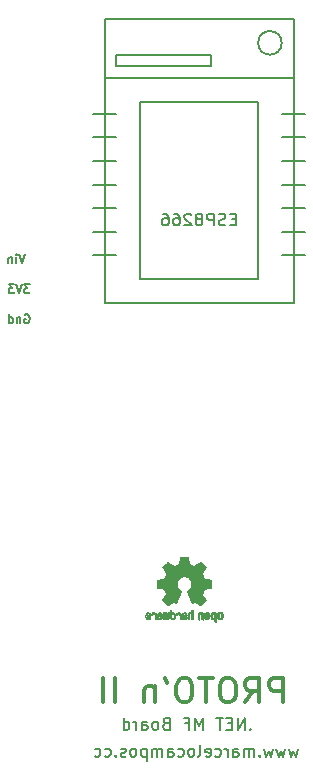
<source format=gbr>
G04 #@! TF.GenerationSoftware,KiCad,Pcbnew,(5.1.5)-3*
G04 #@! TF.CreationDate,2019-12-31T15:46:21-03:00*
G04 #@! TF.ProjectId,BoardNetMF1,426f6172-644e-4657-944d-46312e6b6963,rev?*
G04 #@! TF.SameCoordinates,Original*
G04 #@! TF.FileFunction,Legend,Bot*
G04 #@! TF.FilePolarity,Positive*
%FSLAX46Y46*%
G04 Gerber Fmt 4.6, Leading zero omitted, Abs format (unit mm)*
G04 Created by KiCad (PCBNEW (5.1.5)-3) date 2019-12-31 15:46:21*
%MOMM*%
%LPD*%
G04 APERTURE LIST*
%ADD10C,0.150000*%
%ADD11C,0.203200*%
%ADD12C,0.304800*%
%ADD13C,0.010000*%
G04 APERTURE END LIST*
D10*
X147049047Y-130341714D02*
X146858571Y-131008380D01*
X146668095Y-130532190D01*
X146477619Y-131008380D01*
X146287142Y-130341714D01*
X146001428Y-130341714D02*
X145810952Y-131008380D01*
X145620476Y-130532190D01*
X145430000Y-131008380D01*
X145239523Y-130341714D01*
X144953809Y-130341714D02*
X144763333Y-131008380D01*
X144572857Y-130532190D01*
X144382380Y-131008380D01*
X144191904Y-130341714D01*
X143810952Y-130913142D02*
X143763333Y-130960761D01*
X143810952Y-131008380D01*
X143858571Y-130960761D01*
X143810952Y-130913142D01*
X143810952Y-131008380D01*
X143334761Y-131008380D02*
X143334761Y-130341714D01*
X143334761Y-130436952D02*
X143287142Y-130389333D01*
X143191904Y-130341714D01*
X143049047Y-130341714D01*
X142953809Y-130389333D01*
X142906190Y-130484571D01*
X142906190Y-131008380D01*
X142906190Y-130484571D02*
X142858571Y-130389333D01*
X142763333Y-130341714D01*
X142620476Y-130341714D01*
X142525238Y-130389333D01*
X142477619Y-130484571D01*
X142477619Y-131008380D01*
X141572857Y-131008380D02*
X141572857Y-130484571D01*
X141620476Y-130389333D01*
X141715714Y-130341714D01*
X141906190Y-130341714D01*
X142001428Y-130389333D01*
X141572857Y-130960761D02*
X141668095Y-131008380D01*
X141906190Y-131008380D01*
X142001428Y-130960761D01*
X142049047Y-130865523D01*
X142049047Y-130770285D01*
X142001428Y-130675047D01*
X141906190Y-130627428D01*
X141668095Y-130627428D01*
X141572857Y-130579809D01*
X141096666Y-131008380D02*
X141096666Y-130341714D01*
X141096666Y-130532190D02*
X141049047Y-130436952D01*
X141001428Y-130389333D01*
X140906190Y-130341714D01*
X140810952Y-130341714D01*
X140049047Y-130960761D02*
X140144285Y-131008380D01*
X140334761Y-131008380D01*
X140430000Y-130960761D01*
X140477619Y-130913142D01*
X140525238Y-130817904D01*
X140525238Y-130532190D01*
X140477619Y-130436952D01*
X140430000Y-130389333D01*
X140334761Y-130341714D01*
X140144285Y-130341714D01*
X140049047Y-130389333D01*
X139239523Y-130960761D02*
X139334761Y-131008380D01*
X139525238Y-131008380D01*
X139620476Y-130960761D01*
X139668095Y-130865523D01*
X139668095Y-130484571D01*
X139620476Y-130389333D01*
X139525238Y-130341714D01*
X139334761Y-130341714D01*
X139239523Y-130389333D01*
X139191904Y-130484571D01*
X139191904Y-130579809D01*
X139668095Y-130675047D01*
X138620476Y-131008380D02*
X138715714Y-130960761D01*
X138763333Y-130865523D01*
X138763333Y-130008380D01*
X138096666Y-131008380D02*
X138191904Y-130960761D01*
X138239523Y-130913142D01*
X138287142Y-130817904D01*
X138287142Y-130532190D01*
X138239523Y-130436952D01*
X138191904Y-130389333D01*
X138096666Y-130341714D01*
X137953809Y-130341714D01*
X137858571Y-130389333D01*
X137810952Y-130436952D01*
X137763333Y-130532190D01*
X137763333Y-130817904D01*
X137810952Y-130913142D01*
X137858571Y-130960761D01*
X137953809Y-131008380D01*
X138096666Y-131008380D01*
X136906190Y-130960761D02*
X137001428Y-131008380D01*
X137191904Y-131008380D01*
X137287142Y-130960761D01*
X137334761Y-130913142D01*
X137382380Y-130817904D01*
X137382380Y-130532190D01*
X137334761Y-130436952D01*
X137287142Y-130389333D01*
X137191904Y-130341714D01*
X137001428Y-130341714D01*
X136906190Y-130389333D01*
X136049047Y-131008380D02*
X136049047Y-130484571D01*
X136096666Y-130389333D01*
X136191904Y-130341714D01*
X136382380Y-130341714D01*
X136477619Y-130389333D01*
X136049047Y-130960761D02*
X136144285Y-131008380D01*
X136382380Y-131008380D01*
X136477619Y-130960761D01*
X136525238Y-130865523D01*
X136525238Y-130770285D01*
X136477619Y-130675047D01*
X136382380Y-130627428D01*
X136144285Y-130627428D01*
X136049047Y-130579809D01*
X135572857Y-131008380D02*
X135572857Y-130341714D01*
X135572857Y-130436952D02*
X135525238Y-130389333D01*
X135430000Y-130341714D01*
X135287142Y-130341714D01*
X135191904Y-130389333D01*
X135144285Y-130484571D01*
X135144285Y-131008380D01*
X135144285Y-130484571D02*
X135096666Y-130389333D01*
X135001428Y-130341714D01*
X134858571Y-130341714D01*
X134763333Y-130389333D01*
X134715714Y-130484571D01*
X134715714Y-131008380D01*
X134239523Y-130341714D02*
X134239523Y-131341714D01*
X134239523Y-130389333D02*
X134144285Y-130341714D01*
X133953809Y-130341714D01*
X133858571Y-130389333D01*
X133810952Y-130436952D01*
X133763333Y-130532190D01*
X133763333Y-130817904D01*
X133810952Y-130913142D01*
X133858571Y-130960761D01*
X133953809Y-131008380D01*
X134144285Y-131008380D01*
X134239523Y-130960761D01*
X133191904Y-131008380D02*
X133287142Y-130960761D01*
X133334761Y-130913142D01*
X133382380Y-130817904D01*
X133382380Y-130532190D01*
X133334761Y-130436952D01*
X133287142Y-130389333D01*
X133191904Y-130341714D01*
X133049047Y-130341714D01*
X132953809Y-130389333D01*
X132906190Y-130436952D01*
X132858571Y-130532190D01*
X132858571Y-130817904D01*
X132906190Y-130913142D01*
X132953809Y-130960761D01*
X133049047Y-131008380D01*
X133191904Y-131008380D01*
X132477619Y-130960761D02*
X132382380Y-131008380D01*
X132191904Y-131008380D01*
X132096666Y-130960761D01*
X132049047Y-130865523D01*
X132049047Y-130817904D01*
X132096666Y-130722666D01*
X132191904Y-130675047D01*
X132334761Y-130675047D01*
X132430000Y-130627428D01*
X132477619Y-130532190D01*
X132477619Y-130484571D01*
X132430000Y-130389333D01*
X132334761Y-130341714D01*
X132191904Y-130341714D01*
X132096666Y-130389333D01*
X131620476Y-130913142D02*
X131572857Y-130960761D01*
X131620476Y-131008380D01*
X131668095Y-130960761D01*
X131620476Y-130913142D01*
X131620476Y-131008380D01*
X130715714Y-130960761D02*
X130810952Y-131008380D01*
X131001428Y-131008380D01*
X131096666Y-130960761D01*
X131144285Y-130913142D01*
X131191904Y-130817904D01*
X131191904Y-130532190D01*
X131144285Y-130436952D01*
X131096666Y-130389333D01*
X131001428Y-130341714D01*
X130810952Y-130341714D01*
X130715714Y-130389333D01*
X129858571Y-130960761D02*
X129953809Y-131008380D01*
X130144285Y-131008380D01*
X130239523Y-130960761D01*
X130287142Y-130913142D01*
X130334761Y-130817904D01*
X130334761Y-130532190D01*
X130287142Y-130436952D01*
X130239523Y-130389333D01*
X130144285Y-130341714D01*
X129953809Y-130341714D01*
X129858571Y-130389333D01*
D11*
X143038285Y-128632857D02*
X142989904Y-128681238D01*
X143038285Y-128729619D01*
X143086666Y-128681238D01*
X143038285Y-128632857D01*
X143038285Y-128729619D01*
X142554476Y-128729619D02*
X142554476Y-127713619D01*
X141973904Y-128729619D01*
X141973904Y-127713619D01*
X141490095Y-128197428D02*
X141151428Y-128197428D01*
X141006285Y-128729619D02*
X141490095Y-128729619D01*
X141490095Y-127713619D01*
X141006285Y-127713619D01*
X140716000Y-127713619D02*
X140135428Y-127713619D01*
X140425714Y-128729619D02*
X140425714Y-127713619D01*
X139022666Y-128729619D02*
X139022666Y-127713619D01*
X138684000Y-128439333D01*
X138345333Y-127713619D01*
X138345333Y-128729619D01*
X137522857Y-128197428D02*
X137861523Y-128197428D01*
X137861523Y-128729619D02*
X137861523Y-127713619D01*
X137377714Y-127713619D01*
X135877904Y-128197428D02*
X135732761Y-128245809D01*
X135684380Y-128294190D01*
X135636000Y-128390952D01*
X135636000Y-128536095D01*
X135684380Y-128632857D01*
X135732761Y-128681238D01*
X135829523Y-128729619D01*
X136216571Y-128729619D01*
X136216571Y-127713619D01*
X135877904Y-127713619D01*
X135781142Y-127762000D01*
X135732761Y-127810380D01*
X135684380Y-127907142D01*
X135684380Y-128003904D01*
X135732761Y-128100666D01*
X135781142Y-128149047D01*
X135877904Y-128197428D01*
X136216571Y-128197428D01*
X135055428Y-128729619D02*
X135152190Y-128681238D01*
X135200571Y-128632857D01*
X135248952Y-128536095D01*
X135248952Y-128245809D01*
X135200571Y-128149047D01*
X135152190Y-128100666D01*
X135055428Y-128052285D01*
X134910285Y-128052285D01*
X134813523Y-128100666D01*
X134765142Y-128149047D01*
X134716761Y-128245809D01*
X134716761Y-128536095D01*
X134765142Y-128632857D01*
X134813523Y-128681238D01*
X134910285Y-128729619D01*
X135055428Y-128729619D01*
X133845904Y-128729619D02*
X133845904Y-128197428D01*
X133894285Y-128100666D01*
X133991047Y-128052285D01*
X134184571Y-128052285D01*
X134281333Y-128100666D01*
X133845904Y-128681238D02*
X133942666Y-128729619D01*
X134184571Y-128729619D01*
X134281333Y-128681238D01*
X134329714Y-128584476D01*
X134329714Y-128487714D01*
X134281333Y-128390952D01*
X134184571Y-128342571D01*
X133942666Y-128342571D01*
X133845904Y-128294190D01*
X133362095Y-128729619D02*
X133362095Y-128052285D01*
X133362095Y-128245809D02*
X133313714Y-128149047D01*
X133265333Y-128100666D01*
X133168571Y-128052285D01*
X133071809Y-128052285D01*
X132297714Y-128729619D02*
X132297714Y-127713619D01*
X132297714Y-128681238D02*
X132394476Y-128729619D01*
X132588000Y-128729619D01*
X132684761Y-128681238D01*
X132733142Y-128632857D01*
X132781523Y-128536095D01*
X132781523Y-128245809D01*
X132733142Y-128149047D01*
X132684761Y-128100666D01*
X132588000Y-128052285D01*
X132394476Y-128052285D01*
X132297714Y-128100666D01*
D12*
X145771809Y-126395238D02*
X145771809Y-124363238D01*
X144997714Y-124363238D01*
X144804190Y-124460000D01*
X144707428Y-124556761D01*
X144610666Y-124750285D01*
X144610666Y-125040571D01*
X144707428Y-125234095D01*
X144804190Y-125330857D01*
X144997714Y-125427619D01*
X145771809Y-125427619D01*
X142578666Y-126395238D02*
X143256000Y-125427619D01*
X143739809Y-126395238D02*
X143739809Y-124363238D01*
X142965714Y-124363238D01*
X142772190Y-124460000D01*
X142675428Y-124556761D01*
X142578666Y-124750285D01*
X142578666Y-125040571D01*
X142675428Y-125234095D01*
X142772190Y-125330857D01*
X142965714Y-125427619D01*
X143739809Y-125427619D01*
X141320761Y-124363238D02*
X140933714Y-124363238D01*
X140740190Y-124460000D01*
X140546666Y-124653523D01*
X140449904Y-125040571D01*
X140449904Y-125717904D01*
X140546666Y-126104952D01*
X140740190Y-126298476D01*
X140933714Y-126395238D01*
X141320761Y-126395238D01*
X141514285Y-126298476D01*
X141707809Y-126104952D01*
X141804571Y-125717904D01*
X141804571Y-125040571D01*
X141707809Y-124653523D01*
X141514285Y-124460000D01*
X141320761Y-124363238D01*
X139869333Y-124363238D02*
X138708190Y-124363238D01*
X139288761Y-126395238D02*
X139288761Y-124363238D01*
X137643809Y-124363238D02*
X137256761Y-124363238D01*
X137063238Y-124460000D01*
X136869714Y-124653523D01*
X136772952Y-125040571D01*
X136772952Y-125717904D01*
X136869714Y-126104952D01*
X137063238Y-126298476D01*
X137256761Y-126395238D01*
X137643809Y-126395238D01*
X137837333Y-126298476D01*
X138030857Y-126104952D01*
X138127619Y-125717904D01*
X138127619Y-125040571D01*
X138030857Y-124653523D01*
X137837333Y-124460000D01*
X137643809Y-124363238D01*
X135805333Y-124363238D02*
X135998857Y-124750285D01*
X134934476Y-125040571D02*
X134934476Y-126395238D01*
X134934476Y-125234095D02*
X134837714Y-125137333D01*
X134644190Y-125040571D01*
X134353904Y-125040571D01*
X134160380Y-125137333D01*
X134063619Y-125330857D01*
X134063619Y-126395238D01*
X131547809Y-126395238D02*
X131547809Y-124363238D01*
X130580190Y-126395238D02*
X130580190Y-124363238D01*
D10*
X123917528Y-93611700D02*
X123987680Y-93576623D01*
X124092909Y-93576623D01*
X124198138Y-93611700D01*
X124268290Y-93681852D01*
X124303366Y-93752004D01*
X124338442Y-93892309D01*
X124338442Y-93997538D01*
X124303366Y-94137842D01*
X124268290Y-94207995D01*
X124198138Y-94278147D01*
X124092909Y-94313223D01*
X124022757Y-94313223D01*
X123917528Y-94278147D01*
X123882452Y-94243071D01*
X123882452Y-93997538D01*
X124022757Y-93997538D01*
X123566766Y-93822157D02*
X123566766Y-94313223D01*
X123566766Y-93892309D02*
X123531690Y-93857233D01*
X123461538Y-93822157D01*
X123356309Y-93822157D01*
X123286157Y-93857233D01*
X123251080Y-93927385D01*
X123251080Y-94313223D01*
X122584633Y-94313223D02*
X122584633Y-93576623D01*
X122584633Y-94278147D02*
X122654785Y-94313223D01*
X122795090Y-94313223D01*
X122865242Y-94278147D01*
X122900319Y-94243071D01*
X122935395Y-94172919D01*
X122935395Y-93962461D01*
X122900319Y-93892309D01*
X122865242Y-93857233D01*
X122795090Y-93822157D01*
X122654785Y-93822157D01*
X122584633Y-93857233D01*
X123944138Y-88496623D02*
X123698604Y-89233223D01*
X123453071Y-88496623D01*
X123207538Y-89233223D02*
X123207538Y-88742157D01*
X123207538Y-88496623D02*
X123242614Y-88531700D01*
X123207538Y-88566776D01*
X123172461Y-88531700D01*
X123207538Y-88496623D01*
X123207538Y-88566776D01*
X122856776Y-88742157D02*
X122856776Y-89233223D01*
X122856776Y-88812309D02*
X122821700Y-88777233D01*
X122751547Y-88742157D01*
X122646319Y-88742157D01*
X122576166Y-88777233D01*
X122541090Y-88847385D01*
X122541090Y-89233223D01*
X124355980Y-91036623D02*
X123899990Y-91036623D01*
X124145523Y-91317233D01*
X124040295Y-91317233D01*
X123970142Y-91352309D01*
X123935066Y-91387385D01*
X123899990Y-91457538D01*
X123899990Y-91632919D01*
X123935066Y-91703071D01*
X123970142Y-91738147D01*
X124040295Y-91773223D01*
X124250752Y-91773223D01*
X124320904Y-91738147D01*
X124355980Y-91703071D01*
X123689533Y-91036623D02*
X123444000Y-91773223D01*
X123198466Y-91036623D01*
X123023085Y-91036623D02*
X122567095Y-91036623D01*
X122812628Y-91317233D01*
X122707400Y-91317233D01*
X122637247Y-91352309D01*
X122602171Y-91387385D01*
X122567095Y-91457538D01*
X122567095Y-91632919D01*
X122602171Y-91703071D01*
X122637247Y-91738147D01*
X122707400Y-91773223D01*
X122917857Y-91773223D01*
X122988009Y-91738147D01*
X123023085Y-91703071D01*
X129685000Y-76580000D02*
X131685000Y-76580000D01*
X131685000Y-78580000D02*
X129685000Y-78580000D01*
X129685000Y-80580000D02*
X131685000Y-80580000D01*
X131685000Y-82580000D02*
X129685000Y-82580000D01*
X129685000Y-84580000D02*
X131685000Y-84580000D01*
X131685000Y-86580000D02*
X129685000Y-86580000D01*
X131685000Y-88580000D02*
X129685000Y-88580000D01*
X145685000Y-88580000D02*
X147685000Y-88580000D01*
X147685000Y-86580000D02*
X145685000Y-86580000D01*
X145685000Y-84580000D02*
X147685000Y-84580000D01*
X147685000Y-82580000D02*
X145685000Y-82580000D01*
X145685000Y-80580000D02*
X147685000Y-80580000D01*
X147685000Y-78580000D02*
X145685000Y-78580000D01*
X147685000Y-76580000D02*
X145685000Y-76580000D01*
X143685000Y-75580000D02*
X143685000Y-90580000D01*
X143685000Y-90580000D02*
X133685000Y-90580000D01*
X133685000Y-90580000D02*
X133685000Y-75580000D01*
X133685000Y-75580000D02*
X143685000Y-75580000D01*
X145685000Y-70580000D02*
G75*
G03X145685000Y-70580000I-1000000J0D01*
G01*
X139685000Y-71580000D02*
X139685000Y-72580000D01*
X139685000Y-72580000D02*
X131685000Y-72580000D01*
X131685000Y-72580000D02*
X131685000Y-71580000D01*
X131685000Y-71580000D02*
X139685000Y-71580000D01*
X146685000Y-73580000D02*
X130685000Y-73580000D01*
X146685000Y-68580000D02*
X146685000Y-92580000D01*
X146685000Y-92580000D02*
X130685000Y-92580000D01*
X130685000Y-92580000D02*
X130685000Y-68580000D01*
X130685000Y-68580000D02*
X146685000Y-68580000D01*
D13*
G36*
X137310090Y-114082348D02*
G01*
X137231546Y-114082778D01*
X137174702Y-114083942D01*
X137135895Y-114086207D01*
X137111462Y-114089940D01*
X137097738Y-114095506D01*
X137091060Y-114103273D01*
X137087764Y-114113605D01*
X137087444Y-114114943D01*
X137082438Y-114139079D01*
X137073171Y-114186701D01*
X137060608Y-114252741D01*
X137045713Y-114332128D01*
X137029449Y-114419796D01*
X137028881Y-114422875D01*
X137012590Y-114508789D01*
X136997348Y-114584696D01*
X136984139Y-114646045D01*
X136973946Y-114688282D01*
X136967752Y-114706855D01*
X136967457Y-114707184D01*
X136949212Y-114716253D01*
X136911595Y-114731367D01*
X136862729Y-114749262D01*
X136862457Y-114749358D01*
X136800907Y-114772493D01*
X136728343Y-114801965D01*
X136659943Y-114831597D01*
X136656706Y-114833062D01*
X136545298Y-114883626D01*
X136298601Y-114715160D01*
X136222923Y-114663803D01*
X136154369Y-114617889D01*
X136096912Y-114580030D01*
X136054524Y-114552837D01*
X136031175Y-114538921D01*
X136028958Y-114537889D01*
X136011990Y-114542484D01*
X135980299Y-114564655D01*
X135932648Y-114605447D01*
X135867802Y-114665905D01*
X135801603Y-114730227D01*
X135737786Y-114793612D01*
X135680671Y-114851451D01*
X135633695Y-114900175D01*
X135600297Y-114936210D01*
X135583915Y-114955984D01*
X135583306Y-114957002D01*
X135581495Y-114970572D01*
X135588317Y-114992733D01*
X135605460Y-115026478D01*
X135634607Y-115074800D01*
X135677445Y-115140692D01*
X135734552Y-115225517D01*
X135785234Y-115300177D01*
X135830539Y-115367140D01*
X135867850Y-115422516D01*
X135894548Y-115462420D01*
X135908015Y-115482962D01*
X135908863Y-115484356D01*
X135907219Y-115504038D01*
X135894755Y-115542293D01*
X135873952Y-115591889D01*
X135866538Y-115607728D01*
X135834186Y-115678290D01*
X135799672Y-115758353D01*
X135771635Y-115827629D01*
X135751432Y-115879045D01*
X135735385Y-115918119D01*
X135726112Y-115938541D01*
X135724959Y-115940114D01*
X135707904Y-115942721D01*
X135667702Y-115949863D01*
X135609698Y-115960523D01*
X135539237Y-115973685D01*
X135461665Y-115988333D01*
X135382328Y-116003449D01*
X135306569Y-116018018D01*
X135239736Y-116031022D01*
X135187172Y-116041445D01*
X135154224Y-116048270D01*
X135146143Y-116050199D01*
X135137795Y-116054962D01*
X135131494Y-116065718D01*
X135126955Y-116086098D01*
X135123896Y-116119734D01*
X135122033Y-116170255D01*
X135121082Y-116241292D01*
X135120760Y-116336476D01*
X135120743Y-116375492D01*
X135120743Y-116692799D01*
X135196943Y-116707839D01*
X135239337Y-116715995D01*
X135302600Y-116727899D01*
X135379038Y-116742116D01*
X135460957Y-116757210D01*
X135483600Y-116761355D01*
X135559194Y-116776053D01*
X135625047Y-116790505D01*
X135675634Y-116803375D01*
X135705426Y-116813322D01*
X135710388Y-116816287D01*
X135722574Y-116837283D01*
X135740047Y-116877967D01*
X135759423Y-116930322D01*
X135763266Y-116941600D01*
X135788661Y-117011523D01*
X135820183Y-117090418D01*
X135851031Y-117161266D01*
X135851183Y-117161595D01*
X135902553Y-117272733D01*
X135733601Y-117521253D01*
X135564648Y-117769772D01*
X135781571Y-117987058D01*
X135847181Y-118051726D01*
X135907021Y-118108733D01*
X135957733Y-118155033D01*
X135995954Y-118187584D01*
X136018325Y-118203343D01*
X136021534Y-118204343D01*
X136040374Y-118196469D01*
X136078820Y-118174578D01*
X136132670Y-118141267D01*
X136197724Y-118099131D01*
X136268060Y-118051943D01*
X136339445Y-118003810D01*
X136403092Y-117961928D01*
X136454959Y-117928871D01*
X136491005Y-117907218D01*
X136507133Y-117899543D01*
X136526811Y-117906037D01*
X136564125Y-117923150D01*
X136611379Y-117947326D01*
X136616388Y-117950013D01*
X136680023Y-117981927D01*
X136723659Y-117997579D01*
X136750798Y-117997745D01*
X136764943Y-117983204D01*
X136765025Y-117983000D01*
X136772095Y-117965779D01*
X136788958Y-117924899D01*
X136814305Y-117863525D01*
X136846829Y-117784819D01*
X136885222Y-117691947D01*
X136928178Y-117588072D01*
X136969778Y-117487502D01*
X137015496Y-117376516D01*
X137057474Y-117273703D01*
X137094452Y-117182215D01*
X137125173Y-117105201D01*
X137148378Y-117045815D01*
X137162810Y-117007209D01*
X137167257Y-116992800D01*
X137156104Y-116976272D01*
X137126931Y-116949930D01*
X137088029Y-116920887D01*
X136977243Y-116829039D01*
X136890649Y-116723759D01*
X136829284Y-116607266D01*
X136794185Y-116481776D01*
X136786392Y-116349507D01*
X136792057Y-116288457D01*
X136822922Y-116161795D01*
X136876080Y-116049941D01*
X136948233Y-115954001D01*
X137036083Y-115875076D01*
X137136335Y-115814270D01*
X137245690Y-115772687D01*
X137360853Y-115751428D01*
X137478525Y-115751599D01*
X137595410Y-115774301D01*
X137708211Y-115820638D01*
X137813631Y-115891713D01*
X137857632Y-115931911D01*
X137942021Y-116035129D01*
X138000778Y-116147925D01*
X138034296Y-116267010D01*
X138042965Y-116389095D01*
X138027177Y-116510893D01*
X137987322Y-116629116D01*
X137923793Y-116740475D01*
X137836979Y-116841684D01*
X137739971Y-116920887D01*
X137699563Y-116951162D01*
X137671018Y-116977219D01*
X137660743Y-116992825D01*
X137666123Y-117009843D01*
X137681425Y-117050500D01*
X137705388Y-117111642D01*
X137736756Y-117190119D01*
X137774268Y-117282780D01*
X137816667Y-117386472D01*
X137858337Y-117487526D01*
X137904310Y-117598607D01*
X137946893Y-117701541D01*
X137984779Y-117793165D01*
X138016660Y-117870316D01*
X138041229Y-117929831D01*
X138057180Y-117968544D01*
X138063090Y-117983000D01*
X138077052Y-117997685D01*
X138104060Y-117997642D01*
X138147587Y-117982099D01*
X138211110Y-117950284D01*
X138211612Y-117950013D01*
X138259440Y-117925323D01*
X138298103Y-117907338D01*
X138319905Y-117899614D01*
X138320867Y-117899543D01*
X138337279Y-117907378D01*
X138373513Y-117929165D01*
X138425526Y-117962328D01*
X138489275Y-118004291D01*
X138559940Y-118051943D01*
X138631884Y-118100191D01*
X138696726Y-118142151D01*
X138750265Y-118175227D01*
X138788303Y-118196821D01*
X138806467Y-118204343D01*
X138823192Y-118194457D01*
X138856820Y-118166826D01*
X138903990Y-118124495D01*
X138961342Y-118070505D01*
X139025516Y-118007899D01*
X139046503Y-117986983D01*
X139263501Y-117769623D01*
X139098332Y-117527220D01*
X139048136Y-117452781D01*
X139004081Y-117385972D01*
X138968638Y-117330665D01*
X138944281Y-117290729D01*
X138933478Y-117270036D01*
X138933162Y-117268563D01*
X138938857Y-117249058D01*
X138954174Y-117209822D01*
X138976463Y-117157430D01*
X138992107Y-117122355D01*
X139021359Y-117055201D01*
X139048906Y-116987358D01*
X139070263Y-116930034D01*
X139076065Y-116912572D01*
X139092548Y-116865938D01*
X139108660Y-116829905D01*
X139117510Y-116816287D01*
X139137040Y-116807952D01*
X139179666Y-116796137D01*
X139239855Y-116782181D01*
X139312078Y-116767422D01*
X139344400Y-116761355D01*
X139426478Y-116746273D01*
X139505205Y-116731669D01*
X139572891Y-116718980D01*
X139621840Y-116709642D01*
X139631057Y-116707839D01*
X139707257Y-116692799D01*
X139707257Y-116375492D01*
X139707086Y-116271154D01*
X139706384Y-116192213D01*
X139704866Y-116135038D01*
X139702251Y-116095999D01*
X139698254Y-116071465D01*
X139692591Y-116057805D01*
X139684980Y-116051389D01*
X139681857Y-116050199D01*
X139663022Y-116045980D01*
X139621412Y-116037562D01*
X139562370Y-116025961D01*
X139491243Y-116012195D01*
X139413375Y-115997280D01*
X139334113Y-115982232D01*
X139258802Y-115968069D01*
X139192787Y-115955806D01*
X139141413Y-115946461D01*
X139110025Y-115941050D01*
X139103041Y-115940114D01*
X139096715Y-115927596D01*
X139082710Y-115894246D01*
X139063645Y-115846377D01*
X139056366Y-115827629D01*
X139027004Y-115755195D01*
X138992429Y-115675170D01*
X138961463Y-115607728D01*
X138938677Y-115556159D01*
X138923518Y-115513785D01*
X138918458Y-115487834D01*
X138919264Y-115484356D01*
X138929959Y-115467936D01*
X138954380Y-115431417D01*
X138989905Y-115378687D01*
X139033913Y-115313635D01*
X139083783Y-115240151D01*
X139093644Y-115225645D01*
X139151508Y-115139704D01*
X139194044Y-115074261D01*
X139222946Y-115026304D01*
X139239910Y-114992820D01*
X139246633Y-114970795D01*
X139244810Y-114957217D01*
X139244764Y-114957131D01*
X139230414Y-114939297D01*
X139198677Y-114904817D01*
X139152990Y-114857268D01*
X139096796Y-114800222D01*
X139033532Y-114737255D01*
X139026398Y-114730227D01*
X138946670Y-114653020D01*
X138885143Y-114596330D01*
X138840579Y-114559110D01*
X138811743Y-114540315D01*
X138799042Y-114537889D01*
X138780506Y-114548471D01*
X138742039Y-114572916D01*
X138687614Y-114608612D01*
X138621202Y-114652947D01*
X138546775Y-114703311D01*
X138529399Y-114715160D01*
X138282703Y-114883626D01*
X138171294Y-114833062D01*
X138103543Y-114803595D01*
X138030817Y-114773959D01*
X137968297Y-114750330D01*
X137965543Y-114749358D01*
X137916640Y-114731457D01*
X137878943Y-114716320D01*
X137860575Y-114707210D01*
X137860544Y-114707184D01*
X137854715Y-114690717D01*
X137844808Y-114650219D01*
X137831805Y-114590242D01*
X137816691Y-114515340D01*
X137800448Y-114430064D01*
X137799119Y-114422875D01*
X137782825Y-114335014D01*
X137767867Y-114255260D01*
X137755209Y-114188681D01*
X137745814Y-114140347D01*
X137740646Y-114115325D01*
X137740556Y-114114943D01*
X137737411Y-114104299D01*
X137731296Y-114096262D01*
X137718547Y-114090467D01*
X137695500Y-114086547D01*
X137658491Y-114084135D01*
X137603856Y-114082865D01*
X137527933Y-114082371D01*
X137427056Y-114082286D01*
X137414000Y-114082286D01*
X137310090Y-114082348D01*
G37*
X137310090Y-114082348D02*
X137231546Y-114082778D01*
X137174702Y-114083942D01*
X137135895Y-114086207D01*
X137111462Y-114089940D01*
X137097738Y-114095506D01*
X137091060Y-114103273D01*
X137087764Y-114113605D01*
X137087444Y-114114943D01*
X137082438Y-114139079D01*
X137073171Y-114186701D01*
X137060608Y-114252741D01*
X137045713Y-114332128D01*
X137029449Y-114419796D01*
X137028881Y-114422875D01*
X137012590Y-114508789D01*
X136997348Y-114584696D01*
X136984139Y-114646045D01*
X136973946Y-114688282D01*
X136967752Y-114706855D01*
X136967457Y-114707184D01*
X136949212Y-114716253D01*
X136911595Y-114731367D01*
X136862729Y-114749262D01*
X136862457Y-114749358D01*
X136800907Y-114772493D01*
X136728343Y-114801965D01*
X136659943Y-114831597D01*
X136656706Y-114833062D01*
X136545298Y-114883626D01*
X136298601Y-114715160D01*
X136222923Y-114663803D01*
X136154369Y-114617889D01*
X136096912Y-114580030D01*
X136054524Y-114552837D01*
X136031175Y-114538921D01*
X136028958Y-114537889D01*
X136011990Y-114542484D01*
X135980299Y-114564655D01*
X135932648Y-114605447D01*
X135867802Y-114665905D01*
X135801603Y-114730227D01*
X135737786Y-114793612D01*
X135680671Y-114851451D01*
X135633695Y-114900175D01*
X135600297Y-114936210D01*
X135583915Y-114955984D01*
X135583306Y-114957002D01*
X135581495Y-114970572D01*
X135588317Y-114992733D01*
X135605460Y-115026478D01*
X135634607Y-115074800D01*
X135677445Y-115140692D01*
X135734552Y-115225517D01*
X135785234Y-115300177D01*
X135830539Y-115367140D01*
X135867850Y-115422516D01*
X135894548Y-115462420D01*
X135908015Y-115482962D01*
X135908863Y-115484356D01*
X135907219Y-115504038D01*
X135894755Y-115542293D01*
X135873952Y-115591889D01*
X135866538Y-115607728D01*
X135834186Y-115678290D01*
X135799672Y-115758353D01*
X135771635Y-115827629D01*
X135751432Y-115879045D01*
X135735385Y-115918119D01*
X135726112Y-115938541D01*
X135724959Y-115940114D01*
X135707904Y-115942721D01*
X135667702Y-115949863D01*
X135609698Y-115960523D01*
X135539237Y-115973685D01*
X135461665Y-115988333D01*
X135382328Y-116003449D01*
X135306569Y-116018018D01*
X135239736Y-116031022D01*
X135187172Y-116041445D01*
X135154224Y-116048270D01*
X135146143Y-116050199D01*
X135137795Y-116054962D01*
X135131494Y-116065718D01*
X135126955Y-116086098D01*
X135123896Y-116119734D01*
X135122033Y-116170255D01*
X135121082Y-116241292D01*
X135120760Y-116336476D01*
X135120743Y-116375492D01*
X135120743Y-116692799D01*
X135196943Y-116707839D01*
X135239337Y-116715995D01*
X135302600Y-116727899D01*
X135379038Y-116742116D01*
X135460957Y-116757210D01*
X135483600Y-116761355D01*
X135559194Y-116776053D01*
X135625047Y-116790505D01*
X135675634Y-116803375D01*
X135705426Y-116813322D01*
X135710388Y-116816287D01*
X135722574Y-116837283D01*
X135740047Y-116877967D01*
X135759423Y-116930322D01*
X135763266Y-116941600D01*
X135788661Y-117011523D01*
X135820183Y-117090418D01*
X135851031Y-117161266D01*
X135851183Y-117161595D01*
X135902553Y-117272733D01*
X135733601Y-117521253D01*
X135564648Y-117769772D01*
X135781571Y-117987058D01*
X135847181Y-118051726D01*
X135907021Y-118108733D01*
X135957733Y-118155033D01*
X135995954Y-118187584D01*
X136018325Y-118203343D01*
X136021534Y-118204343D01*
X136040374Y-118196469D01*
X136078820Y-118174578D01*
X136132670Y-118141267D01*
X136197724Y-118099131D01*
X136268060Y-118051943D01*
X136339445Y-118003810D01*
X136403092Y-117961928D01*
X136454959Y-117928871D01*
X136491005Y-117907218D01*
X136507133Y-117899543D01*
X136526811Y-117906037D01*
X136564125Y-117923150D01*
X136611379Y-117947326D01*
X136616388Y-117950013D01*
X136680023Y-117981927D01*
X136723659Y-117997579D01*
X136750798Y-117997745D01*
X136764943Y-117983204D01*
X136765025Y-117983000D01*
X136772095Y-117965779D01*
X136788958Y-117924899D01*
X136814305Y-117863525D01*
X136846829Y-117784819D01*
X136885222Y-117691947D01*
X136928178Y-117588072D01*
X136969778Y-117487502D01*
X137015496Y-117376516D01*
X137057474Y-117273703D01*
X137094452Y-117182215D01*
X137125173Y-117105201D01*
X137148378Y-117045815D01*
X137162810Y-117007209D01*
X137167257Y-116992800D01*
X137156104Y-116976272D01*
X137126931Y-116949930D01*
X137088029Y-116920887D01*
X136977243Y-116829039D01*
X136890649Y-116723759D01*
X136829284Y-116607266D01*
X136794185Y-116481776D01*
X136786392Y-116349507D01*
X136792057Y-116288457D01*
X136822922Y-116161795D01*
X136876080Y-116049941D01*
X136948233Y-115954001D01*
X137036083Y-115875076D01*
X137136335Y-115814270D01*
X137245690Y-115772687D01*
X137360853Y-115751428D01*
X137478525Y-115751599D01*
X137595410Y-115774301D01*
X137708211Y-115820638D01*
X137813631Y-115891713D01*
X137857632Y-115931911D01*
X137942021Y-116035129D01*
X138000778Y-116147925D01*
X138034296Y-116267010D01*
X138042965Y-116389095D01*
X138027177Y-116510893D01*
X137987322Y-116629116D01*
X137923793Y-116740475D01*
X137836979Y-116841684D01*
X137739971Y-116920887D01*
X137699563Y-116951162D01*
X137671018Y-116977219D01*
X137660743Y-116992825D01*
X137666123Y-117009843D01*
X137681425Y-117050500D01*
X137705388Y-117111642D01*
X137736756Y-117190119D01*
X137774268Y-117282780D01*
X137816667Y-117386472D01*
X137858337Y-117487526D01*
X137904310Y-117598607D01*
X137946893Y-117701541D01*
X137984779Y-117793165D01*
X138016660Y-117870316D01*
X138041229Y-117929831D01*
X138057180Y-117968544D01*
X138063090Y-117983000D01*
X138077052Y-117997685D01*
X138104060Y-117997642D01*
X138147587Y-117982099D01*
X138211110Y-117950284D01*
X138211612Y-117950013D01*
X138259440Y-117925323D01*
X138298103Y-117907338D01*
X138319905Y-117899614D01*
X138320867Y-117899543D01*
X138337279Y-117907378D01*
X138373513Y-117929165D01*
X138425526Y-117962328D01*
X138489275Y-118004291D01*
X138559940Y-118051943D01*
X138631884Y-118100191D01*
X138696726Y-118142151D01*
X138750265Y-118175227D01*
X138788303Y-118196821D01*
X138806467Y-118204343D01*
X138823192Y-118194457D01*
X138856820Y-118166826D01*
X138903990Y-118124495D01*
X138961342Y-118070505D01*
X139025516Y-118007899D01*
X139046503Y-117986983D01*
X139263501Y-117769623D01*
X139098332Y-117527220D01*
X139048136Y-117452781D01*
X139004081Y-117385972D01*
X138968638Y-117330665D01*
X138944281Y-117290729D01*
X138933478Y-117270036D01*
X138933162Y-117268563D01*
X138938857Y-117249058D01*
X138954174Y-117209822D01*
X138976463Y-117157430D01*
X138992107Y-117122355D01*
X139021359Y-117055201D01*
X139048906Y-116987358D01*
X139070263Y-116930034D01*
X139076065Y-116912572D01*
X139092548Y-116865938D01*
X139108660Y-116829905D01*
X139117510Y-116816287D01*
X139137040Y-116807952D01*
X139179666Y-116796137D01*
X139239855Y-116782181D01*
X139312078Y-116767422D01*
X139344400Y-116761355D01*
X139426478Y-116746273D01*
X139505205Y-116731669D01*
X139572891Y-116718980D01*
X139621840Y-116709642D01*
X139631057Y-116707839D01*
X139707257Y-116692799D01*
X139707257Y-116375492D01*
X139707086Y-116271154D01*
X139706384Y-116192213D01*
X139704866Y-116135038D01*
X139702251Y-116095999D01*
X139698254Y-116071465D01*
X139692591Y-116057805D01*
X139684980Y-116051389D01*
X139681857Y-116050199D01*
X139663022Y-116045980D01*
X139621412Y-116037562D01*
X139562370Y-116025961D01*
X139491243Y-116012195D01*
X139413375Y-115997280D01*
X139334113Y-115982232D01*
X139258802Y-115968069D01*
X139192787Y-115955806D01*
X139141413Y-115946461D01*
X139110025Y-115941050D01*
X139103041Y-115940114D01*
X139096715Y-115927596D01*
X139082710Y-115894246D01*
X139063645Y-115846377D01*
X139056366Y-115827629D01*
X139027004Y-115755195D01*
X138992429Y-115675170D01*
X138961463Y-115607728D01*
X138938677Y-115556159D01*
X138923518Y-115513785D01*
X138918458Y-115487834D01*
X138919264Y-115484356D01*
X138929959Y-115467936D01*
X138954380Y-115431417D01*
X138989905Y-115378687D01*
X139033913Y-115313635D01*
X139083783Y-115240151D01*
X139093644Y-115225645D01*
X139151508Y-115139704D01*
X139194044Y-115074261D01*
X139222946Y-115026304D01*
X139239910Y-114992820D01*
X139246633Y-114970795D01*
X139244810Y-114957217D01*
X139244764Y-114957131D01*
X139230414Y-114939297D01*
X139198677Y-114904817D01*
X139152990Y-114857268D01*
X139096796Y-114800222D01*
X139033532Y-114737255D01*
X139026398Y-114730227D01*
X138946670Y-114653020D01*
X138885143Y-114596330D01*
X138840579Y-114559110D01*
X138811743Y-114540315D01*
X138799042Y-114537889D01*
X138780506Y-114548471D01*
X138742039Y-114572916D01*
X138687614Y-114608612D01*
X138621202Y-114652947D01*
X138546775Y-114703311D01*
X138529399Y-114715160D01*
X138282703Y-114883626D01*
X138171294Y-114833062D01*
X138103543Y-114803595D01*
X138030817Y-114773959D01*
X137968297Y-114750330D01*
X137965543Y-114749358D01*
X137916640Y-114731457D01*
X137878943Y-114716320D01*
X137860575Y-114707210D01*
X137860544Y-114707184D01*
X137854715Y-114690717D01*
X137844808Y-114650219D01*
X137831805Y-114590242D01*
X137816691Y-114515340D01*
X137800448Y-114430064D01*
X137799119Y-114422875D01*
X137782825Y-114335014D01*
X137767867Y-114255260D01*
X137755209Y-114188681D01*
X137745814Y-114140347D01*
X137740646Y-114115325D01*
X137740556Y-114114943D01*
X137737411Y-114104299D01*
X137731296Y-114096262D01*
X137718547Y-114090467D01*
X137695500Y-114086547D01*
X137658491Y-114084135D01*
X137603856Y-114082865D01*
X137527933Y-114082371D01*
X137427056Y-114082286D01*
X137414000Y-114082286D01*
X137310090Y-114082348D01*
G36*
X134260405Y-118806966D02*
G01*
X134202979Y-118844497D01*
X134175281Y-118878096D01*
X134153338Y-118939064D01*
X134151595Y-118987308D01*
X134155543Y-119051816D01*
X134304314Y-119116934D01*
X134376651Y-119150202D01*
X134423916Y-119176964D01*
X134448493Y-119200144D01*
X134452763Y-119222667D01*
X134439111Y-119247455D01*
X134424057Y-119263886D01*
X134380254Y-119290235D01*
X134332611Y-119292081D01*
X134288855Y-119271546D01*
X134256711Y-119230752D01*
X134250962Y-119216347D01*
X134223424Y-119171356D01*
X134191742Y-119152182D01*
X134148286Y-119135779D01*
X134148286Y-119197966D01*
X134152128Y-119240283D01*
X134167177Y-119275969D01*
X134198720Y-119316943D01*
X134203408Y-119322267D01*
X134238494Y-119358720D01*
X134268653Y-119378283D01*
X134306385Y-119387283D01*
X134337665Y-119390230D01*
X134393615Y-119390965D01*
X134433445Y-119381660D01*
X134458292Y-119367846D01*
X134497344Y-119337467D01*
X134524375Y-119304613D01*
X134541483Y-119263294D01*
X134550762Y-119207521D01*
X134554307Y-119131305D01*
X134554590Y-119092622D01*
X134553628Y-119046247D01*
X134465993Y-119046247D01*
X134464977Y-119071126D01*
X134462444Y-119075200D01*
X134445726Y-119069665D01*
X134409751Y-119055017D01*
X134361669Y-119034190D01*
X134351614Y-119029714D01*
X134290848Y-118998814D01*
X134257368Y-118971657D01*
X134250010Y-118946220D01*
X134267609Y-118920481D01*
X134282144Y-118909109D01*
X134334590Y-118886364D01*
X134383678Y-118890122D01*
X134424773Y-118917884D01*
X134453242Y-118967152D01*
X134462369Y-119006257D01*
X134465993Y-119046247D01*
X134553628Y-119046247D01*
X134552715Y-119002249D01*
X134545804Y-118935384D01*
X134532116Y-118886695D01*
X134509904Y-118850849D01*
X134477426Y-118822513D01*
X134463267Y-118813355D01*
X134398947Y-118789507D01*
X134328527Y-118788006D01*
X134260405Y-118806966D01*
G37*
X134260405Y-118806966D02*
X134202979Y-118844497D01*
X134175281Y-118878096D01*
X134153338Y-118939064D01*
X134151595Y-118987308D01*
X134155543Y-119051816D01*
X134304314Y-119116934D01*
X134376651Y-119150202D01*
X134423916Y-119176964D01*
X134448493Y-119200144D01*
X134452763Y-119222667D01*
X134439111Y-119247455D01*
X134424057Y-119263886D01*
X134380254Y-119290235D01*
X134332611Y-119292081D01*
X134288855Y-119271546D01*
X134256711Y-119230752D01*
X134250962Y-119216347D01*
X134223424Y-119171356D01*
X134191742Y-119152182D01*
X134148286Y-119135779D01*
X134148286Y-119197966D01*
X134152128Y-119240283D01*
X134167177Y-119275969D01*
X134198720Y-119316943D01*
X134203408Y-119322267D01*
X134238494Y-119358720D01*
X134268653Y-119378283D01*
X134306385Y-119387283D01*
X134337665Y-119390230D01*
X134393615Y-119390965D01*
X134433445Y-119381660D01*
X134458292Y-119367846D01*
X134497344Y-119337467D01*
X134524375Y-119304613D01*
X134541483Y-119263294D01*
X134550762Y-119207521D01*
X134554307Y-119131305D01*
X134554590Y-119092622D01*
X134553628Y-119046247D01*
X134465993Y-119046247D01*
X134464977Y-119071126D01*
X134462444Y-119075200D01*
X134445726Y-119069665D01*
X134409751Y-119055017D01*
X134361669Y-119034190D01*
X134351614Y-119029714D01*
X134290848Y-118998814D01*
X134257368Y-118971657D01*
X134250010Y-118946220D01*
X134267609Y-118920481D01*
X134282144Y-118909109D01*
X134334590Y-118886364D01*
X134383678Y-118890122D01*
X134424773Y-118917884D01*
X134453242Y-118967152D01*
X134462369Y-119006257D01*
X134465993Y-119046247D01*
X134553628Y-119046247D01*
X134552715Y-119002249D01*
X134545804Y-118935384D01*
X134532116Y-118886695D01*
X134509904Y-118850849D01*
X134477426Y-118822513D01*
X134463267Y-118813355D01*
X134398947Y-118789507D01*
X134328527Y-118788006D01*
X134260405Y-118806966D01*
G36*
X134761400Y-118798752D02*
G01*
X134744052Y-118806334D01*
X134702644Y-118839128D01*
X134667235Y-118886547D01*
X134645336Y-118937151D01*
X134641771Y-118962098D01*
X134653721Y-118996927D01*
X134679933Y-119015357D01*
X134708036Y-119026516D01*
X134720905Y-119028572D01*
X134727171Y-119013649D01*
X134739544Y-118981175D01*
X134744972Y-118966502D01*
X134775410Y-118915744D01*
X134819480Y-118890427D01*
X134875990Y-118891206D01*
X134880175Y-118892203D01*
X134910345Y-118906507D01*
X134932524Y-118934393D01*
X134947673Y-118979287D01*
X134956750Y-119044615D01*
X134960714Y-119133804D01*
X134961086Y-119181261D01*
X134961270Y-119256071D01*
X134962478Y-119307069D01*
X134965691Y-119339471D01*
X134971891Y-119358495D01*
X134982060Y-119369356D01*
X134997181Y-119377272D01*
X134998054Y-119377670D01*
X135027172Y-119389981D01*
X135041597Y-119394514D01*
X135043814Y-119380809D01*
X135045711Y-119342925D01*
X135047153Y-119285715D01*
X135048002Y-119214027D01*
X135048171Y-119161565D01*
X135047308Y-119060047D01*
X135043930Y-118983032D01*
X135036858Y-118926023D01*
X135024912Y-118884526D01*
X135006910Y-118854043D01*
X134981673Y-118830080D01*
X134956753Y-118813355D01*
X134896829Y-118791097D01*
X134827089Y-118786076D01*
X134761400Y-118798752D01*
G37*
X134761400Y-118798752D02*
X134744052Y-118806334D01*
X134702644Y-118839128D01*
X134667235Y-118886547D01*
X134645336Y-118937151D01*
X134641771Y-118962098D01*
X134653721Y-118996927D01*
X134679933Y-119015357D01*
X134708036Y-119026516D01*
X134720905Y-119028572D01*
X134727171Y-119013649D01*
X134739544Y-118981175D01*
X134744972Y-118966502D01*
X134775410Y-118915744D01*
X134819480Y-118890427D01*
X134875990Y-118891206D01*
X134880175Y-118892203D01*
X134910345Y-118906507D01*
X134932524Y-118934393D01*
X134947673Y-118979287D01*
X134956750Y-119044615D01*
X134960714Y-119133804D01*
X134961086Y-119181261D01*
X134961270Y-119256071D01*
X134962478Y-119307069D01*
X134965691Y-119339471D01*
X134971891Y-119358495D01*
X134982060Y-119369356D01*
X134997181Y-119377272D01*
X134998054Y-119377670D01*
X135027172Y-119389981D01*
X135041597Y-119394514D01*
X135043814Y-119380809D01*
X135045711Y-119342925D01*
X135047153Y-119285715D01*
X135048002Y-119214027D01*
X135048171Y-119161565D01*
X135047308Y-119060047D01*
X135043930Y-118983032D01*
X135036858Y-118926023D01*
X135024912Y-118884526D01*
X135006910Y-118854043D01*
X134981673Y-118830080D01*
X134956753Y-118813355D01*
X134896829Y-118791097D01*
X134827089Y-118786076D01*
X134761400Y-118798752D01*
G36*
X135269124Y-118796335D02*
G01*
X135227333Y-118815344D01*
X135194531Y-118838378D01*
X135170497Y-118864133D01*
X135153903Y-118897358D01*
X135143423Y-118942800D01*
X135137729Y-119005207D01*
X135135493Y-119089327D01*
X135135257Y-119144721D01*
X135135257Y-119360826D01*
X135172226Y-119377670D01*
X135201344Y-119389981D01*
X135215769Y-119394514D01*
X135218528Y-119381025D01*
X135220718Y-119344653D01*
X135222058Y-119291542D01*
X135222343Y-119249372D01*
X135223566Y-119188447D01*
X135226864Y-119140115D01*
X135231679Y-119110518D01*
X135235504Y-119104229D01*
X135261217Y-119110652D01*
X135301582Y-119127125D01*
X135348321Y-119149458D01*
X135393155Y-119173457D01*
X135427807Y-119194930D01*
X135443998Y-119209685D01*
X135444062Y-119209845D01*
X135442670Y-119237152D01*
X135430182Y-119263219D01*
X135408257Y-119284392D01*
X135376257Y-119291474D01*
X135348908Y-119290649D01*
X135310174Y-119290042D01*
X135289842Y-119299116D01*
X135277631Y-119323092D01*
X135276091Y-119327613D01*
X135270797Y-119361806D01*
X135284953Y-119382568D01*
X135321852Y-119392462D01*
X135361711Y-119394292D01*
X135433438Y-119380727D01*
X135470568Y-119361355D01*
X135516424Y-119315845D01*
X135540744Y-119259983D01*
X135542927Y-119200957D01*
X135522371Y-119145953D01*
X135491451Y-119111486D01*
X135460580Y-119092189D01*
X135412058Y-119067759D01*
X135355515Y-119042985D01*
X135346090Y-119039199D01*
X135283981Y-119011791D01*
X135248178Y-118987634D01*
X135236663Y-118963619D01*
X135247420Y-118936635D01*
X135265886Y-118915543D01*
X135309531Y-118889572D01*
X135357554Y-118887624D01*
X135401594Y-118907637D01*
X135433291Y-118947551D01*
X135437451Y-118957848D01*
X135461673Y-118995724D01*
X135497035Y-119023842D01*
X135541657Y-119046917D01*
X135541657Y-118981485D01*
X135539031Y-118941506D01*
X135527770Y-118909997D01*
X135502801Y-118876378D01*
X135478831Y-118850484D01*
X135441559Y-118813817D01*
X135412599Y-118794121D01*
X135381495Y-118786220D01*
X135346287Y-118784914D01*
X135269124Y-118796335D01*
G37*
X135269124Y-118796335D02*
X135227333Y-118815344D01*
X135194531Y-118838378D01*
X135170497Y-118864133D01*
X135153903Y-118897358D01*
X135143423Y-118942800D01*
X135137729Y-119005207D01*
X135135493Y-119089327D01*
X135135257Y-119144721D01*
X135135257Y-119360826D01*
X135172226Y-119377670D01*
X135201344Y-119389981D01*
X135215769Y-119394514D01*
X135218528Y-119381025D01*
X135220718Y-119344653D01*
X135222058Y-119291542D01*
X135222343Y-119249372D01*
X135223566Y-119188447D01*
X135226864Y-119140115D01*
X135231679Y-119110518D01*
X135235504Y-119104229D01*
X135261217Y-119110652D01*
X135301582Y-119127125D01*
X135348321Y-119149458D01*
X135393155Y-119173457D01*
X135427807Y-119194930D01*
X135443998Y-119209685D01*
X135444062Y-119209845D01*
X135442670Y-119237152D01*
X135430182Y-119263219D01*
X135408257Y-119284392D01*
X135376257Y-119291474D01*
X135348908Y-119290649D01*
X135310174Y-119290042D01*
X135289842Y-119299116D01*
X135277631Y-119323092D01*
X135276091Y-119327613D01*
X135270797Y-119361806D01*
X135284953Y-119382568D01*
X135321852Y-119392462D01*
X135361711Y-119394292D01*
X135433438Y-119380727D01*
X135470568Y-119361355D01*
X135516424Y-119315845D01*
X135540744Y-119259983D01*
X135542927Y-119200957D01*
X135522371Y-119145953D01*
X135491451Y-119111486D01*
X135460580Y-119092189D01*
X135412058Y-119067759D01*
X135355515Y-119042985D01*
X135346090Y-119039199D01*
X135283981Y-119011791D01*
X135248178Y-118987634D01*
X135236663Y-118963619D01*
X135247420Y-118936635D01*
X135265886Y-118915543D01*
X135309531Y-118889572D01*
X135357554Y-118887624D01*
X135401594Y-118907637D01*
X135433291Y-118947551D01*
X135437451Y-118957848D01*
X135461673Y-118995724D01*
X135497035Y-119023842D01*
X135541657Y-119046917D01*
X135541657Y-118981485D01*
X135539031Y-118941506D01*
X135527770Y-118909997D01*
X135502801Y-118876378D01*
X135478831Y-118850484D01*
X135441559Y-118813817D01*
X135412599Y-118794121D01*
X135381495Y-118786220D01*
X135346287Y-118784914D01*
X135269124Y-118796335D01*
G36*
X135634167Y-118798663D02*
G01*
X135631952Y-118836850D01*
X135630216Y-118894886D01*
X135629101Y-118968180D01*
X135628743Y-119045055D01*
X135628743Y-119305196D01*
X135674674Y-119351127D01*
X135706325Y-119379429D01*
X135734110Y-119390893D01*
X135772085Y-119390168D01*
X135787160Y-119388321D01*
X135834274Y-119382948D01*
X135873244Y-119379869D01*
X135882743Y-119379585D01*
X135914767Y-119381445D01*
X135960568Y-119386114D01*
X135978326Y-119388321D01*
X136021943Y-119391735D01*
X136051255Y-119384320D01*
X136080320Y-119361427D01*
X136090812Y-119351127D01*
X136136743Y-119305196D01*
X136136743Y-118818602D01*
X136099774Y-118801758D01*
X136067941Y-118789282D01*
X136049317Y-118784914D01*
X136044542Y-118798718D01*
X136040079Y-118837286D01*
X136036225Y-118896356D01*
X136033278Y-118971663D01*
X136031857Y-119035286D01*
X136027886Y-119285657D01*
X135993241Y-119290556D01*
X135961732Y-119287131D01*
X135946292Y-119276041D01*
X135941977Y-119255308D01*
X135938292Y-119211145D01*
X135935531Y-119149146D01*
X135933988Y-119074909D01*
X135933765Y-119036706D01*
X135933543Y-118816783D01*
X135887834Y-118800849D01*
X135855482Y-118790015D01*
X135837885Y-118784962D01*
X135837377Y-118784914D01*
X135835612Y-118798648D01*
X135833671Y-118836730D01*
X135831718Y-118894482D01*
X135829916Y-118967227D01*
X135828657Y-119035286D01*
X135824686Y-119285657D01*
X135737600Y-119285657D01*
X135733604Y-119057240D01*
X135729608Y-118828822D01*
X135687153Y-118806868D01*
X135655808Y-118791793D01*
X135637256Y-118784951D01*
X135636721Y-118784914D01*
X135634167Y-118798663D01*
G37*
X135634167Y-118798663D02*
X135631952Y-118836850D01*
X135630216Y-118894886D01*
X135629101Y-118968180D01*
X135628743Y-119045055D01*
X135628743Y-119305196D01*
X135674674Y-119351127D01*
X135706325Y-119379429D01*
X135734110Y-119390893D01*
X135772085Y-119390168D01*
X135787160Y-119388321D01*
X135834274Y-119382948D01*
X135873244Y-119379869D01*
X135882743Y-119379585D01*
X135914767Y-119381445D01*
X135960568Y-119386114D01*
X135978326Y-119388321D01*
X136021943Y-119391735D01*
X136051255Y-119384320D01*
X136080320Y-119361427D01*
X136090812Y-119351127D01*
X136136743Y-119305196D01*
X136136743Y-118818602D01*
X136099774Y-118801758D01*
X136067941Y-118789282D01*
X136049317Y-118784914D01*
X136044542Y-118798718D01*
X136040079Y-118837286D01*
X136036225Y-118896356D01*
X136033278Y-118971663D01*
X136031857Y-119035286D01*
X136027886Y-119285657D01*
X135993241Y-119290556D01*
X135961732Y-119287131D01*
X135946292Y-119276041D01*
X135941977Y-119255308D01*
X135938292Y-119211145D01*
X135935531Y-119149146D01*
X135933988Y-119074909D01*
X135933765Y-119036706D01*
X135933543Y-118816783D01*
X135887834Y-118800849D01*
X135855482Y-118790015D01*
X135837885Y-118784962D01*
X135837377Y-118784914D01*
X135835612Y-118798648D01*
X135833671Y-118836730D01*
X135831718Y-118894482D01*
X135829916Y-118967227D01*
X135828657Y-119035286D01*
X135824686Y-119285657D01*
X135737600Y-119285657D01*
X135733604Y-119057240D01*
X135729608Y-118828822D01*
X135687153Y-118806868D01*
X135655808Y-118791793D01*
X135637256Y-118784951D01*
X135636721Y-118784914D01*
X135634167Y-118798663D01*
G36*
X136223883Y-118905358D02*
G01*
X136224067Y-119013837D01*
X136224781Y-119097287D01*
X136226325Y-119159704D01*
X136228999Y-119205085D01*
X136233106Y-119237429D01*
X136238945Y-119260733D01*
X136246818Y-119278995D01*
X136252779Y-119289418D01*
X136302145Y-119345945D01*
X136364736Y-119381377D01*
X136433987Y-119394090D01*
X136503332Y-119382463D01*
X136544625Y-119361568D01*
X136587975Y-119325422D01*
X136617519Y-119281276D01*
X136635345Y-119223462D01*
X136643537Y-119146313D01*
X136644698Y-119089714D01*
X136644542Y-119085647D01*
X136543143Y-119085647D01*
X136542524Y-119150550D01*
X136539686Y-119193514D01*
X136533160Y-119221622D01*
X136521477Y-119241953D01*
X136507517Y-119257288D01*
X136460635Y-119286890D01*
X136410299Y-119289419D01*
X136362724Y-119264705D01*
X136359021Y-119261356D01*
X136343217Y-119243935D01*
X136333307Y-119223209D01*
X136327942Y-119192362D01*
X136325772Y-119144577D01*
X136325429Y-119091748D01*
X136326173Y-119025381D01*
X136329252Y-118981106D01*
X136335939Y-118952009D01*
X136347504Y-118931173D01*
X136356987Y-118920107D01*
X136401040Y-118892198D01*
X136451776Y-118888843D01*
X136500204Y-118910159D01*
X136509550Y-118918073D01*
X136525460Y-118935647D01*
X136535390Y-118956587D01*
X136540722Y-118987782D01*
X136542837Y-119036122D01*
X136543143Y-119085647D01*
X136644542Y-119085647D01*
X136641190Y-118998568D01*
X136629274Y-118930086D01*
X136606865Y-118878600D01*
X136571876Y-118838443D01*
X136544625Y-118817861D01*
X136495093Y-118795625D01*
X136437684Y-118785304D01*
X136384318Y-118788067D01*
X136354457Y-118799212D01*
X136342739Y-118802383D01*
X136334963Y-118790557D01*
X136329535Y-118758866D01*
X136325429Y-118710593D01*
X136320933Y-118656829D01*
X136314687Y-118624482D01*
X136303324Y-118605985D01*
X136283472Y-118593770D01*
X136271000Y-118588362D01*
X136223829Y-118568601D01*
X136223883Y-118905358D01*
G37*
X136223883Y-118905358D02*
X136224067Y-119013837D01*
X136224781Y-119097287D01*
X136226325Y-119159704D01*
X136228999Y-119205085D01*
X136233106Y-119237429D01*
X136238945Y-119260733D01*
X136246818Y-119278995D01*
X136252779Y-119289418D01*
X136302145Y-119345945D01*
X136364736Y-119381377D01*
X136433987Y-119394090D01*
X136503332Y-119382463D01*
X136544625Y-119361568D01*
X136587975Y-119325422D01*
X136617519Y-119281276D01*
X136635345Y-119223462D01*
X136643537Y-119146313D01*
X136644698Y-119089714D01*
X136644542Y-119085647D01*
X136543143Y-119085647D01*
X136542524Y-119150550D01*
X136539686Y-119193514D01*
X136533160Y-119221622D01*
X136521477Y-119241953D01*
X136507517Y-119257288D01*
X136460635Y-119286890D01*
X136410299Y-119289419D01*
X136362724Y-119264705D01*
X136359021Y-119261356D01*
X136343217Y-119243935D01*
X136333307Y-119223209D01*
X136327942Y-119192362D01*
X136325772Y-119144577D01*
X136325429Y-119091748D01*
X136326173Y-119025381D01*
X136329252Y-118981106D01*
X136335939Y-118952009D01*
X136347504Y-118931173D01*
X136356987Y-118920107D01*
X136401040Y-118892198D01*
X136451776Y-118888843D01*
X136500204Y-118910159D01*
X136509550Y-118918073D01*
X136525460Y-118935647D01*
X136535390Y-118956587D01*
X136540722Y-118987782D01*
X136542837Y-119036122D01*
X136543143Y-119085647D01*
X136644542Y-119085647D01*
X136641190Y-118998568D01*
X136629274Y-118930086D01*
X136606865Y-118878600D01*
X136571876Y-118838443D01*
X136544625Y-118817861D01*
X136495093Y-118795625D01*
X136437684Y-118785304D01*
X136384318Y-118788067D01*
X136354457Y-118799212D01*
X136342739Y-118802383D01*
X136334963Y-118790557D01*
X136329535Y-118758866D01*
X136325429Y-118710593D01*
X136320933Y-118656829D01*
X136314687Y-118624482D01*
X136303324Y-118605985D01*
X136283472Y-118593770D01*
X136271000Y-118588362D01*
X136223829Y-118568601D01*
X136223883Y-118905358D01*
G36*
X136884074Y-118789755D02*
G01*
X136818142Y-118814084D01*
X136764727Y-118857117D01*
X136743836Y-118887409D01*
X136721061Y-118942994D01*
X136721534Y-118983186D01*
X136745438Y-119010217D01*
X136754283Y-119014813D01*
X136792470Y-119029144D01*
X136811972Y-119025472D01*
X136818578Y-119001407D01*
X136818914Y-118988114D01*
X136831008Y-118939210D01*
X136862529Y-118904999D01*
X136906341Y-118888476D01*
X136955305Y-118892634D01*
X136995106Y-118914227D01*
X137008550Y-118926544D01*
X137018079Y-118941487D01*
X137024515Y-118964075D01*
X137028683Y-118999328D01*
X137031403Y-119052266D01*
X137033498Y-119127907D01*
X137034040Y-119151857D01*
X137036019Y-119233790D01*
X137038269Y-119291455D01*
X137041643Y-119329608D01*
X137046994Y-119353004D01*
X137055176Y-119366398D01*
X137067041Y-119374545D01*
X137074638Y-119378144D01*
X137106898Y-119390452D01*
X137125889Y-119394514D01*
X137132164Y-119380948D01*
X137135994Y-119339934D01*
X137137400Y-119270999D01*
X137136402Y-119173669D01*
X137136092Y-119158657D01*
X137133899Y-119069859D01*
X137131307Y-119005019D01*
X137127618Y-118959067D01*
X137122136Y-118926935D01*
X137114165Y-118903553D01*
X137103007Y-118883852D01*
X137097170Y-118875410D01*
X137063704Y-118838057D01*
X137026273Y-118809003D01*
X137021691Y-118806467D01*
X136954574Y-118786443D01*
X136884074Y-118789755D01*
G37*
X136884074Y-118789755D02*
X136818142Y-118814084D01*
X136764727Y-118857117D01*
X136743836Y-118887409D01*
X136721061Y-118942994D01*
X136721534Y-118983186D01*
X136745438Y-119010217D01*
X136754283Y-119014813D01*
X136792470Y-119029144D01*
X136811972Y-119025472D01*
X136818578Y-119001407D01*
X136818914Y-118988114D01*
X136831008Y-118939210D01*
X136862529Y-118904999D01*
X136906341Y-118888476D01*
X136955305Y-118892634D01*
X136995106Y-118914227D01*
X137008550Y-118926544D01*
X137018079Y-118941487D01*
X137024515Y-118964075D01*
X137028683Y-118999328D01*
X137031403Y-119052266D01*
X137033498Y-119127907D01*
X137034040Y-119151857D01*
X137036019Y-119233790D01*
X137038269Y-119291455D01*
X137041643Y-119329608D01*
X137046994Y-119353004D01*
X137055176Y-119366398D01*
X137067041Y-119374545D01*
X137074638Y-119378144D01*
X137106898Y-119390452D01*
X137125889Y-119394514D01*
X137132164Y-119380948D01*
X137135994Y-119339934D01*
X137137400Y-119270999D01*
X137136402Y-119173669D01*
X137136092Y-119158657D01*
X137133899Y-119069859D01*
X137131307Y-119005019D01*
X137127618Y-118959067D01*
X137122136Y-118926935D01*
X137114165Y-118903553D01*
X137103007Y-118883852D01*
X137097170Y-118875410D01*
X137063704Y-118838057D01*
X137026273Y-118809003D01*
X137021691Y-118806467D01*
X136954574Y-118786443D01*
X136884074Y-118789755D01*
G36*
X137374256Y-118790968D02*
G01*
X137317384Y-118812087D01*
X137316733Y-118812493D01*
X137281560Y-118838380D01*
X137255593Y-118868633D01*
X137237330Y-118908058D01*
X137225268Y-118961462D01*
X137217904Y-119033651D01*
X137213736Y-119129432D01*
X137213371Y-119143078D01*
X137208124Y-119348842D01*
X137252284Y-119371678D01*
X137284237Y-119387110D01*
X137303530Y-119394423D01*
X137304422Y-119394514D01*
X137307761Y-119381022D01*
X137310413Y-119344626D01*
X137312044Y-119291452D01*
X137312400Y-119248393D01*
X137312408Y-119178641D01*
X137315597Y-119134837D01*
X137326712Y-119113944D01*
X137350499Y-119112925D01*
X137391704Y-119128741D01*
X137453914Y-119157815D01*
X137499659Y-119181963D01*
X137523187Y-119202913D01*
X137530104Y-119225747D01*
X137530114Y-119226877D01*
X137518701Y-119266212D01*
X137484908Y-119287462D01*
X137433191Y-119290539D01*
X137395939Y-119290006D01*
X137376297Y-119300735D01*
X137364048Y-119326505D01*
X137356998Y-119359337D01*
X137367158Y-119377966D01*
X137370983Y-119380632D01*
X137406999Y-119391340D01*
X137457434Y-119392856D01*
X137509374Y-119385759D01*
X137546178Y-119372788D01*
X137597062Y-119329585D01*
X137625986Y-119269446D01*
X137631714Y-119222462D01*
X137627343Y-119180082D01*
X137611525Y-119145488D01*
X137580203Y-119114763D01*
X137529322Y-119083990D01*
X137454824Y-119049252D01*
X137450286Y-119047288D01*
X137383179Y-119016287D01*
X137341768Y-118990862D01*
X137324019Y-118968014D01*
X137327893Y-118944745D01*
X137351357Y-118918056D01*
X137358373Y-118911914D01*
X137405370Y-118888100D01*
X137454067Y-118889103D01*
X137496478Y-118912451D01*
X137524616Y-118955675D01*
X137527231Y-118964160D01*
X137552692Y-119005308D01*
X137584999Y-119025128D01*
X137631714Y-119044770D01*
X137631714Y-118993950D01*
X137617504Y-118920082D01*
X137575325Y-118852327D01*
X137553376Y-118829661D01*
X137503483Y-118800569D01*
X137440033Y-118787400D01*
X137374256Y-118790968D01*
G37*
X137374256Y-118790968D02*
X137317384Y-118812087D01*
X137316733Y-118812493D01*
X137281560Y-118838380D01*
X137255593Y-118868633D01*
X137237330Y-118908058D01*
X137225268Y-118961462D01*
X137217904Y-119033651D01*
X137213736Y-119129432D01*
X137213371Y-119143078D01*
X137208124Y-119348842D01*
X137252284Y-119371678D01*
X137284237Y-119387110D01*
X137303530Y-119394423D01*
X137304422Y-119394514D01*
X137307761Y-119381022D01*
X137310413Y-119344626D01*
X137312044Y-119291452D01*
X137312400Y-119248393D01*
X137312408Y-119178641D01*
X137315597Y-119134837D01*
X137326712Y-119113944D01*
X137350499Y-119112925D01*
X137391704Y-119128741D01*
X137453914Y-119157815D01*
X137499659Y-119181963D01*
X137523187Y-119202913D01*
X137530104Y-119225747D01*
X137530114Y-119226877D01*
X137518701Y-119266212D01*
X137484908Y-119287462D01*
X137433191Y-119290539D01*
X137395939Y-119290006D01*
X137376297Y-119300735D01*
X137364048Y-119326505D01*
X137356998Y-119359337D01*
X137367158Y-119377966D01*
X137370983Y-119380632D01*
X137406999Y-119391340D01*
X137457434Y-119392856D01*
X137509374Y-119385759D01*
X137546178Y-119372788D01*
X137597062Y-119329585D01*
X137625986Y-119269446D01*
X137631714Y-119222462D01*
X137627343Y-119180082D01*
X137611525Y-119145488D01*
X137580203Y-119114763D01*
X137529322Y-119083990D01*
X137454824Y-119049252D01*
X137450286Y-119047288D01*
X137383179Y-119016287D01*
X137341768Y-118990862D01*
X137324019Y-118968014D01*
X137327893Y-118944745D01*
X137351357Y-118918056D01*
X137358373Y-118911914D01*
X137405370Y-118888100D01*
X137454067Y-118889103D01*
X137496478Y-118912451D01*
X137524616Y-118955675D01*
X137527231Y-118964160D01*
X137552692Y-119005308D01*
X137584999Y-119025128D01*
X137631714Y-119044770D01*
X137631714Y-118993950D01*
X137617504Y-118920082D01*
X137575325Y-118852327D01*
X137553376Y-118829661D01*
X137503483Y-118800569D01*
X137440033Y-118787400D01*
X137374256Y-118790968D01*
G36*
X138038114Y-118691289D02*
G01*
X138033861Y-118750613D01*
X138028975Y-118785572D01*
X138022205Y-118800820D01*
X138012298Y-118801015D01*
X138009086Y-118799195D01*
X137966356Y-118786015D01*
X137910773Y-118786785D01*
X137854263Y-118800333D01*
X137818918Y-118817861D01*
X137782679Y-118845861D01*
X137756187Y-118877549D01*
X137738001Y-118917813D01*
X137726678Y-118971543D01*
X137720778Y-119043626D01*
X137718857Y-119138951D01*
X137718823Y-119157237D01*
X137718800Y-119362646D01*
X137764509Y-119378580D01*
X137796973Y-119389420D01*
X137814785Y-119394468D01*
X137815309Y-119394514D01*
X137817063Y-119380828D01*
X137818556Y-119343076D01*
X137819674Y-119286224D01*
X137820303Y-119215234D01*
X137820400Y-119172073D01*
X137820602Y-119086973D01*
X137821642Y-119025981D01*
X137824169Y-118984177D01*
X137828836Y-118956642D01*
X137836293Y-118938456D01*
X137847189Y-118924698D01*
X137853993Y-118918073D01*
X137900728Y-118891375D01*
X137951728Y-118889375D01*
X137997999Y-118911955D01*
X138006556Y-118920107D01*
X138019107Y-118935436D01*
X138027812Y-118953618D01*
X138033369Y-118979909D01*
X138036474Y-119019562D01*
X138037824Y-119077832D01*
X138038114Y-119158173D01*
X138038114Y-119362646D01*
X138083823Y-119378580D01*
X138116287Y-119389420D01*
X138134099Y-119394468D01*
X138134623Y-119394514D01*
X138135963Y-119380623D01*
X138137172Y-119341439D01*
X138138199Y-119280700D01*
X138138998Y-119202141D01*
X138139519Y-119109498D01*
X138139714Y-119006509D01*
X138139714Y-118609342D01*
X138092543Y-118589444D01*
X138045371Y-118569547D01*
X138038114Y-118691289D01*
G37*
X138038114Y-118691289D02*
X138033861Y-118750613D01*
X138028975Y-118785572D01*
X138022205Y-118800820D01*
X138012298Y-118801015D01*
X138009086Y-118799195D01*
X137966356Y-118786015D01*
X137910773Y-118786785D01*
X137854263Y-118800333D01*
X137818918Y-118817861D01*
X137782679Y-118845861D01*
X137756187Y-118877549D01*
X137738001Y-118917813D01*
X137726678Y-118971543D01*
X137720778Y-119043626D01*
X137718857Y-119138951D01*
X137718823Y-119157237D01*
X137718800Y-119362646D01*
X137764509Y-119378580D01*
X137796973Y-119389420D01*
X137814785Y-119394468D01*
X137815309Y-119394514D01*
X137817063Y-119380828D01*
X137818556Y-119343076D01*
X137819674Y-119286224D01*
X137820303Y-119215234D01*
X137820400Y-119172073D01*
X137820602Y-119086973D01*
X137821642Y-119025981D01*
X137824169Y-118984177D01*
X137828836Y-118956642D01*
X137836293Y-118938456D01*
X137847189Y-118924698D01*
X137853993Y-118918073D01*
X137900728Y-118891375D01*
X137951728Y-118889375D01*
X137997999Y-118911955D01*
X138006556Y-118920107D01*
X138019107Y-118935436D01*
X138027812Y-118953618D01*
X138033369Y-118979909D01*
X138036474Y-119019562D01*
X138037824Y-119077832D01*
X138038114Y-119158173D01*
X138038114Y-119362646D01*
X138083823Y-119378580D01*
X138116287Y-119389420D01*
X138134099Y-119394468D01*
X138134623Y-119394514D01*
X138135963Y-119380623D01*
X138137172Y-119341439D01*
X138138199Y-119280700D01*
X138138998Y-119202141D01*
X138139519Y-119109498D01*
X138139714Y-119006509D01*
X138139714Y-118609342D01*
X138092543Y-118589444D01*
X138045371Y-118569547D01*
X138038114Y-118691289D01*
G36*
X139245697Y-118771239D02*
G01*
X139188473Y-118809735D01*
X139144251Y-118865335D01*
X139117833Y-118936086D01*
X139112490Y-118988162D01*
X139113097Y-119009893D01*
X139118178Y-119026531D01*
X139132145Y-119041437D01*
X139159411Y-119057973D01*
X139204388Y-119079498D01*
X139271489Y-119109374D01*
X139271829Y-119109524D01*
X139333593Y-119137813D01*
X139384241Y-119162933D01*
X139418596Y-119182179D01*
X139431482Y-119192848D01*
X139431486Y-119192934D01*
X139420128Y-119216166D01*
X139393569Y-119241774D01*
X139363077Y-119260221D01*
X139347630Y-119263886D01*
X139305485Y-119251212D01*
X139269192Y-119219471D01*
X139251483Y-119184572D01*
X139234448Y-119158845D01*
X139201078Y-119129546D01*
X139161851Y-119104235D01*
X139127244Y-119090471D01*
X139120007Y-119089714D01*
X139111861Y-119102160D01*
X139111370Y-119133972D01*
X139117357Y-119176866D01*
X139128643Y-119222558D01*
X139144050Y-119262761D01*
X139144829Y-119264322D01*
X139191196Y-119329062D01*
X139251289Y-119373097D01*
X139319535Y-119394711D01*
X139390362Y-119392185D01*
X139458196Y-119363804D01*
X139461212Y-119361808D01*
X139514573Y-119313448D01*
X139549660Y-119250352D01*
X139569078Y-119167387D01*
X139571684Y-119144078D01*
X139576299Y-119034055D01*
X139570767Y-118982748D01*
X139431486Y-118982748D01*
X139429676Y-119014753D01*
X139419778Y-119024093D01*
X139395102Y-119017105D01*
X139356205Y-119000587D01*
X139312725Y-118979881D01*
X139311644Y-118979333D01*
X139274791Y-118959949D01*
X139260000Y-118947013D01*
X139263647Y-118933451D01*
X139279005Y-118915632D01*
X139318077Y-118889845D01*
X139360154Y-118887950D01*
X139397897Y-118906717D01*
X139423966Y-118942915D01*
X139431486Y-118982748D01*
X139570767Y-118982748D01*
X139566806Y-118946027D01*
X139542450Y-118876212D01*
X139508544Y-118827302D01*
X139447347Y-118777878D01*
X139379937Y-118753359D01*
X139311120Y-118751797D01*
X139245697Y-118771239D01*
G37*
X139245697Y-118771239D02*
X139188473Y-118809735D01*
X139144251Y-118865335D01*
X139117833Y-118936086D01*
X139112490Y-118988162D01*
X139113097Y-119009893D01*
X139118178Y-119026531D01*
X139132145Y-119041437D01*
X139159411Y-119057973D01*
X139204388Y-119079498D01*
X139271489Y-119109374D01*
X139271829Y-119109524D01*
X139333593Y-119137813D01*
X139384241Y-119162933D01*
X139418596Y-119182179D01*
X139431482Y-119192848D01*
X139431486Y-119192934D01*
X139420128Y-119216166D01*
X139393569Y-119241774D01*
X139363077Y-119260221D01*
X139347630Y-119263886D01*
X139305485Y-119251212D01*
X139269192Y-119219471D01*
X139251483Y-119184572D01*
X139234448Y-119158845D01*
X139201078Y-119129546D01*
X139161851Y-119104235D01*
X139127244Y-119090471D01*
X139120007Y-119089714D01*
X139111861Y-119102160D01*
X139111370Y-119133972D01*
X139117357Y-119176866D01*
X139128643Y-119222558D01*
X139144050Y-119262761D01*
X139144829Y-119264322D01*
X139191196Y-119329062D01*
X139251289Y-119373097D01*
X139319535Y-119394711D01*
X139390362Y-119392185D01*
X139458196Y-119363804D01*
X139461212Y-119361808D01*
X139514573Y-119313448D01*
X139549660Y-119250352D01*
X139569078Y-119167387D01*
X139571684Y-119144078D01*
X139576299Y-119034055D01*
X139570767Y-118982748D01*
X139431486Y-118982748D01*
X139429676Y-119014753D01*
X139419778Y-119024093D01*
X139395102Y-119017105D01*
X139356205Y-119000587D01*
X139312725Y-118979881D01*
X139311644Y-118979333D01*
X139274791Y-118959949D01*
X139260000Y-118947013D01*
X139263647Y-118933451D01*
X139279005Y-118915632D01*
X139318077Y-118889845D01*
X139360154Y-118887950D01*
X139397897Y-118906717D01*
X139423966Y-118942915D01*
X139431486Y-118982748D01*
X139570767Y-118982748D01*
X139566806Y-118946027D01*
X139542450Y-118876212D01*
X139508544Y-118827302D01*
X139447347Y-118777878D01*
X139379937Y-118753359D01*
X139311120Y-118751797D01*
X139245697Y-118771239D01*
G36*
X140372885Y-118761962D02*
G01*
X140304855Y-118797733D01*
X140254649Y-118855301D01*
X140236815Y-118892312D01*
X140222937Y-118947882D01*
X140215833Y-119018096D01*
X140215160Y-119094727D01*
X140220573Y-119169552D01*
X140231730Y-119234342D01*
X140248286Y-119280873D01*
X140253374Y-119288887D01*
X140313645Y-119348707D01*
X140385231Y-119384535D01*
X140462908Y-119395020D01*
X140541452Y-119378810D01*
X140563311Y-119369092D01*
X140605878Y-119339143D01*
X140643237Y-119299433D01*
X140646768Y-119294397D01*
X140661119Y-119270124D01*
X140670606Y-119244178D01*
X140676210Y-119210022D01*
X140678914Y-119161119D01*
X140679701Y-119090935D01*
X140679714Y-119075200D01*
X140679678Y-119070192D01*
X140534571Y-119070192D01*
X140533727Y-119136430D01*
X140530404Y-119180386D01*
X140523417Y-119208779D01*
X140511584Y-119228325D01*
X140505543Y-119234857D01*
X140470814Y-119259680D01*
X140437097Y-119258548D01*
X140403005Y-119237016D01*
X140382671Y-119214029D01*
X140370629Y-119180478D01*
X140363866Y-119127569D01*
X140363402Y-119121399D01*
X140362248Y-119025513D01*
X140374312Y-118954299D01*
X140399430Y-118908194D01*
X140437440Y-118887635D01*
X140451008Y-118886514D01*
X140486636Y-118892152D01*
X140511006Y-118911686D01*
X140525907Y-118949042D01*
X140533125Y-119008150D01*
X140534571Y-119070192D01*
X140679678Y-119070192D01*
X140679174Y-119000413D01*
X140676904Y-118948159D01*
X140671932Y-118911949D01*
X140663287Y-118885299D01*
X140649995Y-118861722D01*
X140647057Y-118857338D01*
X140597687Y-118798249D01*
X140543891Y-118763947D01*
X140478398Y-118750331D01*
X140456158Y-118749665D01*
X140372885Y-118761962D01*
G37*
X140372885Y-118761962D02*
X140304855Y-118797733D01*
X140254649Y-118855301D01*
X140236815Y-118892312D01*
X140222937Y-118947882D01*
X140215833Y-119018096D01*
X140215160Y-119094727D01*
X140220573Y-119169552D01*
X140231730Y-119234342D01*
X140248286Y-119280873D01*
X140253374Y-119288887D01*
X140313645Y-119348707D01*
X140385231Y-119384535D01*
X140462908Y-119395020D01*
X140541452Y-119378810D01*
X140563311Y-119369092D01*
X140605878Y-119339143D01*
X140643237Y-119299433D01*
X140646768Y-119294397D01*
X140661119Y-119270124D01*
X140670606Y-119244178D01*
X140676210Y-119210022D01*
X140678914Y-119161119D01*
X140679701Y-119090935D01*
X140679714Y-119075200D01*
X140679678Y-119070192D01*
X140534571Y-119070192D01*
X140533727Y-119136430D01*
X140530404Y-119180386D01*
X140523417Y-119208779D01*
X140511584Y-119228325D01*
X140505543Y-119234857D01*
X140470814Y-119259680D01*
X140437097Y-119258548D01*
X140403005Y-119237016D01*
X140382671Y-119214029D01*
X140370629Y-119180478D01*
X140363866Y-119127569D01*
X140363402Y-119121399D01*
X140362248Y-119025513D01*
X140374312Y-118954299D01*
X140399430Y-118908194D01*
X140437440Y-118887635D01*
X140451008Y-118886514D01*
X140486636Y-118892152D01*
X140511006Y-118911686D01*
X140525907Y-118949042D01*
X140533125Y-119008150D01*
X140534571Y-119070192D01*
X140679678Y-119070192D01*
X140679174Y-119000413D01*
X140676904Y-118948159D01*
X140671932Y-118911949D01*
X140663287Y-118885299D01*
X140649995Y-118861722D01*
X140647057Y-118857338D01*
X140597687Y-118798249D01*
X140543891Y-118763947D01*
X140478398Y-118750331D01*
X140456158Y-118749665D01*
X140372885Y-118761962D01*
G36*
X138697907Y-118767780D02*
G01*
X138651328Y-118794723D01*
X138618943Y-118821466D01*
X138595258Y-118849484D01*
X138578941Y-118883748D01*
X138568661Y-118929227D01*
X138563086Y-118990892D01*
X138560884Y-119073711D01*
X138560629Y-119133246D01*
X138560629Y-119352391D01*
X138622314Y-119380044D01*
X138684000Y-119407697D01*
X138691257Y-119167670D01*
X138694256Y-119078028D01*
X138697402Y-119012962D01*
X138701299Y-118968026D01*
X138706553Y-118938770D01*
X138713769Y-118920748D01*
X138723550Y-118909511D01*
X138726688Y-118907079D01*
X138774239Y-118888083D01*
X138822303Y-118895600D01*
X138850914Y-118915543D01*
X138862553Y-118929675D01*
X138870609Y-118948220D01*
X138875729Y-118976334D01*
X138878559Y-119019173D01*
X138879744Y-119081895D01*
X138879943Y-119147261D01*
X138879982Y-119229268D01*
X138881386Y-119287316D01*
X138886086Y-119326465D01*
X138896013Y-119351780D01*
X138913097Y-119368323D01*
X138939268Y-119381156D01*
X138974225Y-119394491D01*
X139012404Y-119409007D01*
X139007859Y-119151389D01*
X139006029Y-119058519D01*
X139003888Y-118989889D01*
X139000819Y-118940711D01*
X138996206Y-118906198D01*
X138989432Y-118881562D01*
X138979881Y-118862016D01*
X138968366Y-118844770D01*
X138912810Y-118789680D01*
X138845020Y-118757822D01*
X138771287Y-118750191D01*
X138697907Y-118767780D01*
G37*
X138697907Y-118767780D02*
X138651328Y-118794723D01*
X138618943Y-118821466D01*
X138595258Y-118849484D01*
X138578941Y-118883748D01*
X138568661Y-118929227D01*
X138563086Y-118990892D01*
X138560884Y-119073711D01*
X138560629Y-119133246D01*
X138560629Y-119352391D01*
X138622314Y-119380044D01*
X138684000Y-119407697D01*
X138691257Y-119167670D01*
X138694256Y-119078028D01*
X138697402Y-119012962D01*
X138701299Y-118968026D01*
X138706553Y-118938770D01*
X138713769Y-118920748D01*
X138723550Y-118909511D01*
X138726688Y-118907079D01*
X138774239Y-118888083D01*
X138822303Y-118895600D01*
X138850914Y-118915543D01*
X138862553Y-118929675D01*
X138870609Y-118948220D01*
X138875729Y-118976334D01*
X138878559Y-119019173D01*
X138879744Y-119081895D01*
X138879943Y-119147261D01*
X138879982Y-119229268D01*
X138881386Y-119287316D01*
X138886086Y-119326465D01*
X138896013Y-119351780D01*
X138913097Y-119368323D01*
X138939268Y-119381156D01*
X138974225Y-119394491D01*
X139012404Y-119409007D01*
X139007859Y-119151389D01*
X139006029Y-119058519D01*
X139003888Y-118989889D01*
X139000819Y-118940711D01*
X138996206Y-118906198D01*
X138989432Y-118881562D01*
X138979881Y-118862016D01*
X138968366Y-118844770D01*
X138912810Y-118789680D01*
X138845020Y-118757822D01*
X138771287Y-118750191D01*
X138697907Y-118767780D01*
G36*
X139814256Y-118759918D02*
G01*
X139758799Y-118787568D01*
X139709852Y-118838480D01*
X139696371Y-118857338D01*
X139681686Y-118882015D01*
X139672158Y-118908816D01*
X139666707Y-118944587D01*
X139664253Y-118996169D01*
X139663714Y-119064267D01*
X139666148Y-119157588D01*
X139674606Y-119227657D01*
X139690826Y-119279931D01*
X139716546Y-119319869D01*
X139753503Y-119352929D01*
X139756218Y-119354886D01*
X139792640Y-119374908D01*
X139836498Y-119384815D01*
X139892276Y-119387257D01*
X139982952Y-119387257D01*
X139982990Y-119475283D01*
X139983834Y-119524308D01*
X139988976Y-119553065D01*
X140002413Y-119570311D01*
X140028142Y-119584808D01*
X140034321Y-119587769D01*
X140063236Y-119601648D01*
X140085624Y-119610414D01*
X140102271Y-119611171D01*
X140113964Y-119601023D01*
X140121490Y-119577073D01*
X140125634Y-119536426D01*
X140127185Y-119476186D01*
X140126929Y-119393455D01*
X140125651Y-119285339D01*
X140125252Y-119253000D01*
X140123815Y-119141524D01*
X140122528Y-119068603D01*
X139983029Y-119068603D01*
X139982245Y-119130499D01*
X139978760Y-119170997D01*
X139970876Y-119197708D01*
X139956895Y-119218244D01*
X139947403Y-119228260D01*
X139908596Y-119257567D01*
X139874237Y-119259952D01*
X139838784Y-119235750D01*
X139837886Y-119234857D01*
X139823461Y-119216153D01*
X139814687Y-119190732D01*
X139810261Y-119151584D01*
X139808882Y-119091697D01*
X139808857Y-119078430D01*
X139812188Y-118995901D01*
X139823031Y-118938691D01*
X139842660Y-118903766D01*
X139872350Y-118888094D01*
X139889509Y-118886514D01*
X139930234Y-118893926D01*
X139958168Y-118918330D01*
X139974983Y-118962980D01*
X139982350Y-119031130D01*
X139983029Y-119068603D01*
X140122528Y-119068603D01*
X140122292Y-119055245D01*
X140120323Y-118990333D01*
X140117550Y-118942958D01*
X140113612Y-118909290D01*
X140108151Y-118885498D01*
X140100808Y-118867753D01*
X140091223Y-118852224D01*
X140087113Y-118846381D01*
X140032595Y-118791185D01*
X139963664Y-118759890D01*
X139883928Y-118751165D01*
X139814256Y-118759918D01*
G37*
X139814256Y-118759918D02*
X139758799Y-118787568D01*
X139709852Y-118838480D01*
X139696371Y-118857338D01*
X139681686Y-118882015D01*
X139672158Y-118908816D01*
X139666707Y-118944587D01*
X139664253Y-118996169D01*
X139663714Y-119064267D01*
X139666148Y-119157588D01*
X139674606Y-119227657D01*
X139690826Y-119279931D01*
X139716546Y-119319869D01*
X139753503Y-119352929D01*
X139756218Y-119354886D01*
X139792640Y-119374908D01*
X139836498Y-119384815D01*
X139892276Y-119387257D01*
X139982952Y-119387257D01*
X139982990Y-119475283D01*
X139983834Y-119524308D01*
X139988976Y-119553065D01*
X140002413Y-119570311D01*
X140028142Y-119584808D01*
X140034321Y-119587769D01*
X140063236Y-119601648D01*
X140085624Y-119610414D01*
X140102271Y-119611171D01*
X140113964Y-119601023D01*
X140121490Y-119577073D01*
X140125634Y-119536426D01*
X140127185Y-119476186D01*
X140126929Y-119393455D01*
X140125651Y-119285339D01*
X140125252Y-119253000D01*
X140123815Y-119141524D01*
X140122528Y-119068603D01*
X139983029Y-119068603D01*
X139982245Y-119130499D01*
X139978760Y-119170997D01*
X139970876Y-119197708D01*
X139956895Y-119218244D01*
X139947403Y-119228260D01*
X139908596Y-119257567D01*
X139874237Y-119259952D01*
X139838784Y-119235750D01*
X139837886Y-119234857D01*
X139823461Y-119216153D01*
X139814687Y-119190732D01*
X139810261Y-119151584D01*
X139808882Y-119091697D01*
X139808857Y-119078430D01*
X139812188Y-118995901D01*
X139823031Y-118938691D01*
X139842660Y-118903766D01*
X139872350Y-118888094D01*
X139889509Y-118886514D01*
X139930234Y-118893926D01*
X139958168Y-118918330D01*
X139974983Y-118962980D01*
X139982350Y-119031130D01*
X139983029Y-119068603D01*
X140122528Y-119068603D01*
X140122292Y-119055245D01*
X140120323Y-118990333D01*
X140117550Y-118942958D01*
X140113612Y-118909290D01*
X140108151Y-118885498D01*
X140100808Y-118867753D01*
X140091223Y-118852224D01*
X140087113Y-118846381D01*
X140032595Y-118791185D01*
X139963664Y-118759890D01*
X139883928Y-118751165D01*
X139814256Y-118759918D01*
D10*
X141780238Y-85508571D02*
X141446904Y-85508571D01*
X141304047Y-86032380D02*
X141780238Y-86032380D01*
X141780238Y-85032380D01*
X141304047Y-85032380D01*
X140923095Y-85984761D02*
X140780238Y-86032380D01*
X140542142Y-86032380D01*
X140446904Y-85984761D01*
X140399285Y-85937142D01*
X140351666Y-85841904D01*
X140351666Y-85746666D01*
X140399285Y-85651428D01*
X140446904Y-85603809D01*
X140542142Y-85556190D01*
X140732619Y-85508571D01*
X140827857Y-85460952D01*
X140875476Y-85413333D01*
X140923095Y-85318095D01*
X140923095Y-85222857D01*
X140875476Y-85127619D01*
X140827857Y-85080000D01*
X140732619Y-85032380D01*
X140494523Y-85032380D01*
X140351666Y-85080000D01*
X139923095Y-86032380D02*
X139923095Y-85032380D01*
X139542142Y-85032380D01*
X139446904Y-85080000D01*
X139399285Y-85127619D01*
X139351666Y-85222857D01*
X139351666Y-85365714D01*
X139399285Y-85460952D01*
X139446904Y-85508571D01*
X139542142Y-85556190D01*
X139923095Y-85556190D01*
X138780238Y-85460952D02*
X138875476Y-85413333D01*
X138923095Y-85365714D01*
X138970714Y-85270476D01*
X138970714Y-85222857D01*
X138923095Y-85127619D01*
X138875476Y-85080000D01*
X138780238Y-85032380D01*
X138589761Y-85032380D01*
X138494523Y-85080000D01*
X138446904Y-85127619D01*
X138399285Y-85222857D01*
X138399285Y-85270476D01*
X138446904Y-85365714D01*
X138494523Y-85413333D01*
X138589761Y-85460952D01*
X138780238Y-85460952D01*
X138875476Y-85508571D01*
X138923095Y-85556190D01*
X138970714Y-85651428D01*
X138970714Y-85841904D01*
X138923095Y-85937142D01*
X138875476Y-85984761D01*
X138780238Y-86032380D01*
X138589761Y-86032380D01*
X138494523Y-85984761D01*
X138446904Y-85937142D01*
X138399285Y-85841904D01*
X138399285Y-85651428D01*
X138446904Y-85556190D01*
X138494523Y-85508571D01*
X138589761Y-85460952D01*
X138018333Y-85127619D02*
X137970714Y-85080000D01*
X137875476Y-85032380D01*
X137637380Y-85032380D01*
X137542142Y-85080000D01*
X137494523Y-85127619D01*
X137446904Y-85222857D01*
X137446904Y-85318095D01*
X137494523Y-85460952D01*
X138065952Y-86032380D01*
X137446904Y-86032380D01*
X136589761Y-85032380D02*
X136780238Y-85032380D01*
X136875476Y-85080000D01*
X136923095Y-85127619D01*
X137018333Y-85270476D01*
X137065952Y-85460952D01*
X137065952Y-85841904D01*
X137018333Y-85937142D01*
X136970714Y-85984761D01*
X136875476Y-86032380D01*
X136685000Y-86032380D01*
X136589761Y-85984761D01*
X136542142Y-85937142D01*
X136494523Y-85841904D01*
X136494523Y-85603809D01*
X136542142Y-85508571D01*
X136589761Y-85460952D01*
X136685000Y-85413333D01*
X136875476Y-85413333D01*
X136970714Y-85460952D01*
X137018333Y-85508571D01*
X137065952Y-85603809D01*
X135637380Y-85032380D02*
X135827857Y-85032380D01*
X135923095Y-85080000D01*
X135970714Y-85127619D01*
X136065952Y-85270476D01*
X136113571Y-85460952D01*
X136113571Y-85841904D01*
X136065952Y-85937142D01*
X136018333Y-85984761D01*
X135923095Y-86032380D01*
X135732619Y-86032380D01*
X135637380Y-85984761D01*
X135589761Y-85937142D01*
X135542142Y-85841904D01*
X135542142Y-85603809D01*
X135589761Y-85508571D01*
X135637380Y-85460952D01*
X135732619Y-85413333D01*
X135923095Y-85413333D01*
X136018333Y-85460952D01*
X136065952Y-85508571D01*
X136113571Y-85603809D01*
M02*

</source>
